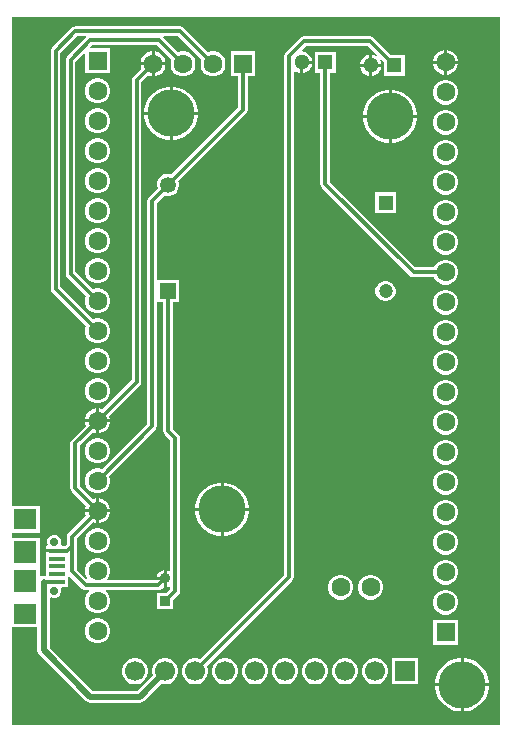
<source format=gtl>
%FSTAX23Y23*%
%MOIN*%
%SFA1B1*%

%IPPOS*%
%ADD20C,0.047240*%
%ADD21R,0.047240X0.047240*%
%ADD23C,0.051180*%
%ADD24R,0.051180X0.051180*%
%ADD25C,0.035430*%
%ADD26R,0.035430X0.035430*%
%ADD30C,0.066930*%
%ADD31R,0.066930X0.066930*%
%ADD33R,0.074800X0.074800*%
%ADD34R,0.074800X0.070870*%
%ADD35R,0.053150X0.015750*%
%ADD36C,0.011810*%
%ADD37C,0.019680*%
%ADD38C,0.062990*%
%ADD39R,0.062990X0.062990*%
%ADD40C,0.027560*%
%ADD41R,0.053150X0.053150*%
%ADD42C,0.053150*%
%ADD43R,0.062990X0.062990*%
%ADD44C,0.157480*%
%LNoverlay-1*%
%LPD*%
G36*
X02605Y01045D02*
X0098D01*
Y01372*
X01064*
Y01295*
X01066Y01287*
X0107Y0128*
X01225Y01125*
X01232Y01121*
X0124Y01119*
X01405*
X01412Y01121*
X01419Y01125*
X01477Y01183*
X01484Y01181*
X01495*
X01506Y01184*
X01516Y0119*
X01524Y01198*
X0153Y01208*
X01533Y01219*
Y0123*
X0153Y01241*
X01524Y01251*
X01516Y01259*
X01506Y01265*
X01495Y01268*
X01484*
X01473Y01265*
X01463Y01259*
X01455Y01251*
X01449Y01241*
X01446Y0123*
Y01219*
X01448Y01212*
X01396Y0116*
X01248*
X01105Y01303*
Y01469*
X0111Y01472*
X01116Y01469*
X01125*
X01134Y01473*
X01141Y01479*
X01144Y01488*
Y01498*
X01143Y01501*
X01146Y01505*
X01166*
Y0154*
X01171Y01542*
X01213Y015*
X01218Y01497*
X01225Y01495*
X01235*
X01237Y0149*
X01231Y01485*
X01226Y01476*
X01223Y01465*
Y01454*
X01226Y01443*
X01231Y01434*
X01239Y01426*
X01248Y01421*
X01259Y01418*
X0127*
X01281Y01421*
X0129Y01426*
X01298Y01434*
X01303Y01443*
X01306Y01454*
Y01465*
X01303Y01476*
X01298Y01485*
X01292Y0149*
X01294Y01495*
X01467*
X01473Y01497*
X01478Y015*
X01485Y01507*
Y0153*
X0146*
X01458Y01528*
X01298*
X01296Y01532*
X01298Y01534*
X01303Y01543*
X01306Y01554*
Y01565*
X01303Y01576*
X01298Y01585*
X0129Y01593*
X01281Y01598*
X0127Y01601*
X01259*
X01248Y01598*
X01239Y01593*
X01231Y01585*
X01226Y01576*
X01223Y01565*
Y01554*
X01226Y01543*
X0123Y01536*
X01226Y01533*
X01195Y01564*
Y01642*
Y01667*
X01249Y01721*
X01259Y01718*
X0126*
Y01755*
X01223*
Y01754*
X01226Y01744*
X01167Y01685*
X01164Y0168*
X01162Y01674*
Y01649*
X01157Y01644*
X01146*
X01143Y01648*
X01144Y01651*
Y01661*
X01141Y0167*
X01134Y01676*
X01125Y0168*
X01116*
X01107Y01676*
X011Y0167*
X01097Y01661*
Y01651*
X01098Y01648*
X01096Y01644*
X01093*
Y01631*
X0113*
Y01621*
X01093*
Y01608*
Y01582*
Y01547*
X01088Y01543*
X01085Y01544*
X01077Y01542*
X01076Y01542*
X01072Y01544*
Y01574*
Y01669*
X0098*
Y01687*
X01072*
Y01777*
X0098*
Y03405*
X02605*
Y01045*
G37*
%LNoverlay-2*%
%LPC*%
G36*
X02174Y03341D02*
X01953D01*
X01946Y03339*
X01941Y03336*
X01891Y03286*
X01888Y03281*
X01886Y03275*
Y01544*
X01607Y01265*
X01606Y01265*
X01595Y01268*
X01584*
X01573Y01265*
X01563Y01259*
X01555Y01251*
X01549Y01241*
X01546Y0123*
Y01219*
X01549Y01208*
X01555Y01198*
X01563Y0119*
X01573Y01184*
X01584Y01181*
X01595*
X01606Y01184*
X01616Y0119*
X01624Y01198*
X0163Y01208*
X01633Y01219*
Y0123*
X0163Y01241*
X0163Y01242*
X01914Y01526*
X01917Y01531*
X01919Y01538*
Y03224*
X01924Y03225*
X01931Y03221*
X0194Y03219*
Y03255*
X01945*
Y0326*
X0198*
X01978Y03268*
X01973Y03276*
X01966Y03283*
X01958Y03288*
X01949Y0329*
X01948*
X01946Y03295*
X01959Y03308*
X02167*
X02196Y03279*
X02193Y03275*
X02189Y03278*
X0218Y0328*
Y0325*
X02211*
X02208Y03258*
X02206Y03263*
X0221Y03266*
X02218Y03257*
Y03209*
X02289*
Y0328*
X02241*
X02185Y03336*
X0218Y03339*
X02174Y03341*
G37*
G36*
X0243Y03296D02*
X0243D01*
Y0326*
X02466*
Y0326*
X02463Y03271*
X02458Y0328*
X0245Y03288*
X02441Y03293*
X0243Y03296*
G37*
G36*
X0242D02*
X02419D01*
X02408Y03293*
X02399Y03288*
X02391Y0328*
X02386Y03271*
X02383Y0326*
Y0326*
X0242*
Y03296*
G37*
G36*
X01455Y03291D02*
X01455D01*
Y03255*
X01491*
Y03255*
X01488Y03266*
X01483Y03275*
X01475Y03283*
X01466Y03288*
X01455Y03291*
G37*
G36*
X01445D02*
X01444D01*
X01433Y03288*
X01424Y03283*
X01416Y03275*
X01411Y03266*
X01408Y03255*
Y03255*
X01445*
Y03291*
G37*
G36*
X0217Y0328D02*
X02161Y03278D01*
X02153Y03273*
X02147Y03266*
X02142Y03258*
X0214Y0325*
X0217*
Y0328*
G37*
G36*
X0198Y0325D02*
X0195D01*
Y03219*
X01958Y03221*
X01966Y03226*
X01973Y03233*
X01978Y03241*
X0198Y0325*
G37*
G36*
X02466D02*
X0243D01*
Y03213*
X0243*
X02441Y03216*
X0245Y03221*
X02458Y03229*
X02463Y03238*
X02466Y03249*
Y0325*
G37*
G36*
X0242D02*
X02383D01*
Y03249*
X02386Y03238*
X02391Y03229*
X02399Y03221*
X02408Y03216*
X02419Y03213*
X0242*
Y0325*
G37*
G36*
X02211Y0324D02*
X0218D01*
Y03209*
X02189Y03211*
X02197Y03216*
X02204Y03223*
X02208Y03231*
X02211Y0324*
G37*
G36*
X0217D02*
X0214D01*
X02142Y03231*
X02147Y03223*
X02153Y03216*
X02161Y03211*
X0217Y03209*
Y0324*
G37*
G36*
X0154Y03376D02*
X01191D01*
X01185Y03374*
X0118Y03371*
X01113Y03304*
X0111Y03299*
X01108Y03293*
Y025*
X0111Y02493*
X01113Y02488*
X01226Y02375*
X01223Y02365*
Y02354*
X01226Y02343*
X01231Y02334*
X01239Y02326*
X01248Y02321*
X01259Y02318*
X0127*
X01281Y02321*
X0129Y02326*
X01298Y02334*
X01303Y02343*
X01306Y02354*
Y02365*
X01303Y02376*
X01298Y02385*
X0129Y02393*
X01281Y02398*
X0127Y02401*
X01259*
X01249Y02398*
X01141Y02506*
Y03286*
X01198Y03343*
X01225*
X01227Y03338*
X01163Y03274*
X0116Y03269*
X01158Y03263*
Y0255*
X0116Y02543*
X01163Y02538*
X01226Y02475*
X01223Y02465*
Y02454*
X01226Y02443*
X01231Y02434*
X01239Y02426*
X01248Y02421*
X01259Y02418*
X0127*
X01281Y02421*
X0129Y02426*
X01298Y02434*
X01303Y02443*
X01306Y02454*
Y02465*
X01303Y02476*
X01298Y02485*
X0129Y02493*
X01281Y02498*
X0127Y02501*
X01259*
X01249Y02498*
X01191Y02556*
Y03256*
X01218Y03284*
X01223Y03282*
Y03218*
X01306*
Y03301*
X01242*
X0124Y03306*
X01248Y03313*
X01463*
X01511Y03265*
X01508Y03255*
Y03244*
X01511Y03233*
X01516Y03224*
X01524Y03216*
X01533Y03211*
X01544Y03208*
X01555*
X01566Y03211*
X01575Y03216*
X01583Y03224*
X01588Y03233*
X01591Y03244*
Y03255*
X01588Y03266*
X01583Y03275*
X01575Y03283*
X01566Y03288*
X01555Y03291*
X01544*
X01534Y03288*
X01484Y03338*
X01486Y03343*
X01533*
X01611Y03265*
X01608Y03255*
Y03244*
X01611Y03233*
X01616Y03224*
X01624Y03216*
X01633Y03211*
X01644Y03208*
X01655*
X01666Y03211*
X01675Y03216*
X01683Y03224*
X01688Y03233*
X01691Y03244*
Y03255*
X01688Y03266*
X01683Y03275*
X01675Y03283*
X01666Y03288*
X01655Y03291*
X01644*
X01634Y03288*
X01551Y03371*
X01546Y03374*
X0154Y03376*
G37*
G36*
X01491Y03245D02*
X01455D01*
Y03208*
X01455*
X01466Y03211*
X01475Y03216*
X01483Y03224*
X01488Y03233*
X01491Y03244*
Y03245*
G37*
G36*
X01445D02*
X01408D01*
Y03244*
X01411Y03234*
X01383Y03206*
X0138Y03201*
X01378Y03195*
Y02196*
X0128Y02098*
X0127Y02101*
X0127*
Y02065*
X01306*
Y02065*
X01303Y02075*
X01406Y02178*
X01409Y02183*
X01411Y0219*
Y03188*
X01434Y03211*
X01444Y03208*
X01445*
Y03245*
G37*
G36*
X0127Y03201D02*
X01259D01*
X01248Y03198*
X01239Y03193*
X01231Y03185*
X01226Y03176*
X01223Y03165*
Y03154*
X01226Y03143*
X01231Y03134*
X01239Y03126*
X01248Y03121*
X01259Y03118*
X0127*
X01281Y03121*
X0129Y03126*
X01298Y03134*
X01303Y03143*
X01306Y03154*
Y03165*
X01303Y03176*
X01298Y03185*
X0129Y03193*
X01281Y03198*
X0127Y03201*
G37*
G36*
X0243Y03196D02*
X02419D01*
X02408Y03193*
X02399Y03188*
X02391Y0318*
X02386Y03171*
X02383Y0316*
Y03149*
X02386Y03138*
X02391Y03129*
X02399Y03121*
X02408Y03116*
X02419Y03113*
X0243*
X02441Y03116*
X0245Y03121*
X02458Y03129*
X02463Y03138*
X02466Y03149*
Y0316*
X02463Y03171*
X02458Y0318*
X0245Y03188*
X02441Y03193*
X0243Y03196*
G37*
G36*
X01518Y03173D02*
X01515D01*
Y0309*
X01598*
Y03093*
X01595Y0311*
X01588Y03127*
X01578Y03141*
X01566Y03153*
X01552Y03163*
X01535Y0317*
X01518Y03173*
G37*
G36*
X01505D02*
X01501D01*
X01484Y0317*
X01467Y03163*
X01453Y03153*
X01441Y03141*
X01431Y03127*
X01424Y0311*
X01421Y03093*
Y0309*
X01505*
Y03173*
G37*
G36*
X02248Y03163D02*
X02245D01*
Y0308*
X02328*
Y03083*
X02325Y031*
X02318Y03117*
X02308Y03131*
X02296Y03143*
X02282Y03153*
X02265Y0316*
X02248Y03163*
G37*
G36*
X02235D02*
X02231D01*
X02214Y0316*
X02197Y03153*
X02183Y03143*
X02171Y03131*
X02161Y03117*
X02154Y031*
X02151Y03083*
Y0308*
X02235*
Y03163*
G37*
G36*
X0127Y03101D02*
X01259D01*
X01248Y03098*
X01239Y03093*
X01231Y03085*
X01226Y03076*
X01223Y03065*
Y03054*
X01226Y03043*
X01231Y03034*
X01239Y03026*
X01248Y03021*
X01259Y03018*
X0127*
X01281Y03021*
X0129Y03026*
X01298Y03034*
X01303Y03043*
X01306Y03054*
Y03065*
X01303Y03076*
X01298Y03085*
X0129Y03093*
X01281Y03098*
X0127Y03101*
G37*
G36*
X0243Y03096D02*
X02419D01*
X02408Y03093*
X02399Y03088*
X02391Y0308*
X02386Y03071*
X02383Y0306*
Y03049*
X02386Y03038*
X02391Y03029*
X02399Y03021*
X02408Y03016*
X02419Y03013*
X0243*
X02441Y03016*
X0245Y03021*
X02458Y03029*
X02463Y03038*
X02466Y03049*
Y0306*
X02463Y03071*
X02458Y0308*
X0245Y03088*
X02441Y03093*
X0243Y03096*
G37*
G36*
X01598Y0308D02*
X01515D01*
Y02996*
X01518*
X01535Y02999*
X01552Y03006*
X01566Y03016*
X01578Y03028*
X01588Y03042*
X01595Y03059*
X01598Y03076*
Y0308*
G37*
G36*
X01505D02*
X01421D01*
Y03076*
X01424Y03059*
X01431Y03042*
X01441Y03028*
X01453Y03016*
X01467Y03006*
X01484Y02999*
X01501Y02996*
X01505*
Y0308*
G37*
G36*
X02328Y0307D02*
X02245D01*
Y02986*
X02248*
X02265Y02989*
X02282Y02996*
X02296Y03006*
X02308Y03018*
X02318Y03032*
X02325Y03049*
X02328Y03066*
Y0307*
G37*
G36*
X02235D02*
X02151D01*
Y03066*
X02154Y03049*
X02161Y03032*
X02171Y03018*
X02183Y03006*
X02197Y02996*
X02214Y02989*
X02231Y02986*
X02235*
Y0307*
G37*
G36*
X0127Y03001D02*
X01259D01*
X01248Y02998*
X01239Y02993*
X01231Y02985*
X01226Y02976*
X01223Y02965*
Y02954*
X01226Y02943*
X01231Y02934*
X01239Y02926*
X01248Y02921*
X01259Y02918*
X0127*
X01281Y02921*
X0129Y02926*
X01298Y02934*
X01303Y02943*
X01306Y02954*
Y02965*
X01303Y02976*
X01298Y02985*
X0129Y02993*
X01281Y02998*
X0127Y03001*
G37*
G36*
X0243Y02996D02*
X02419D01*
X02408Y02993*
X02399Y02988*
X02391Y0298*
X02386Y02971*
X02383Y0296*
Y02949*
X02386Y02938*
X02391Y02929*
X02399Y02921*
X02408Y02916*
X02419Y02913*
X0243*
X02441Y02916*
X0245Y02921*
X02458Y02929*
X02463Y02938*
X02466Y02949*
Y0296*
X02463Y02971*
X02458Y0298*
X0245Y02988*
X02441Y02993*
X0243Y02996*
G37*
G36*
X01791Y03291D02*
X01708D01*
Y03208*
X01733*
Y03103*
X01511Y02881*
X01504Y02883*
X01495*
X01485Y02881*
X01477Y02876*
X0147Y02869*
X01465Y02861*
X01463Y02851*
Y02842*
X01465Y02835*
X01435Y02805*
X01432Y028*
X0143Y02794*
Y02048*
X0128Y01898*
X0127Y01901*
X01259*
X01248Y01898*
X01239Y01893*
X01231Y01885*
X01226Y01876*
X01223Y01865*
Y01854*
X01226Y01843*
X01231Y01834*
X01239Y01826*
X01248Y01821*
X01259Y01818*
X0127*
X01281Y01821*
X0129Y01826*
X01298Y01834*
X01303Y01843*
X01306Y01854*
Y01865*
X01303Y01875*
X01458Y0203*
X01461Y02035*
X01463Y02042*
Y02451*
X01463Y02456*
X01468*
X01483*
Y02025*
X01485Y02018*
X01488Y02013*
X01507Y01994*
Y01562*
X01502Y01559*
X015Y0156*
X01495Y01562*
Y01535*
Y01507*
X015Y01509*
X01502Y0151*
X01507Y01507*
Y015*
X01494Y01487*
X01462*
Y01432*
X01517*
Y01464*
X01535Y01482*
X01538Y01487*
X0154Y01494*
Y02001*
X01538Y02007*
X01535Y02012*
X01516Y02031*
Y02456*
X01536*
Y02529*
X01463*
X01463Y02534*
Y02787*
X01488Y02812*
X01495Y0281*
X01504*
X01514Y02813*
X01522Y02817*
X01529Y02824*
X01534Y02833*
X01536Y02842*
Y02851*
X01534Y02858*
X01761Y03085*
X01764Y0309*
X01766Y03097*
Y03208*
X01791*
Y03291*
G37*
G36*
X0127Y02901D02*
X01259D01*
X01248Y02898*
X01239Y02893*
X01231Y02885*
X01226Y02876*
X01223Y02865*
Y02854*
X01226Y02843*
X01231Y02834*
X01239Y02826*
X01248Y02821*
X01259Y02818*
X0127*
X01281Y02821*
X0129Y02826*
X01298Y02834*
X01303Y02843*
X01306Y02854*
Y02865*
X01303Y02876*
X01298Y02885*
X0129Y02893*
X01281Y02898*
X0127Y02901*
G37*
G36*
X0243Y02896D02*
X02419D01*
X02408Y02893*
X02399Y02888*
X02391Y0288*
X02386Y02871*
X02383Y0286*
Y02849*
X02386Y02838*
X02391Y02829*
X02399Y02821*
X02408Y02816*
X02419Y02813*
X0243*
X02441Y02816*
X0245Y02821*
X02458Y02829*
X02463Y02838*
X02466Y02849*
Y0286*
X02463Y02871*
X02458Y0288*
X0245Y02888*
X02441Y02893*
X0243Y02896*
G37*
G36*
X02258Y02821D02*
X02191D01*
Y02754*
X02258*
Y02821*
G37*
G36*
X0127Y02801D02*
X01259D01*
X01248Y02798*
X01239Y02793*
X01231Y02785*
X01226Y02776*
X01223Y02765*
Y02754*
X01226Y02743*
X01231Y02734*
X01239Y02726*
X01248Y02721*
X01259Y02718*
X0127*
X01281Y02721*
X0129Y02726*
X01298Y02734*
X01303Y02743*
X01306Y02754*
Y02765*
X01303Y02776*
X01298Y02785*
X0129Y02793*
X01281Y02798*
X0127Y02801*
G37*
G36*
X0243Y02796D02*
X02419D01*
X02408Y02793*
X02399Y02788*
X02391Y0278*
X02386Y02771*
X02383Y0276*
Y02749*
X02386Y02738*
X02391Y02729*
X02399Y02721*
X02408Y02716*
X02419Y02713*
X0243*
X02441Y02716*
X0245Y02721*
X02458Y02729*
X02463Y02738*
X02466Y02749*
Y0276*
X02463Y02771*
X02458Y0278*
X0245Y02788*
X02441Y02793*
X0243Y02796*
G37*
G36*
X0127Y02701D02*
X01259D01*
X01248Y02698*
X01239Y02693*
X01231Y02685*
X01226Y02676*
X01223Y02665*
Y02654*
X01226Y02643*
X01231Y02634*
X01239Y02626*
X01248Y02621*
X01259Y02618*
X0127*
X01281Y02621*
X0129Y02626*
X01298Y02634*
X01303Y02643*
X01306Y02654*
Y02665*
X01303Y02676*
X01298Y02685*
X0129Y02693*
X01281Y02698*
X0127Y02701*
G37*
G36*
X0243Y02696D02*
X02419D01*
X02408Y02693*
X02399Y02688*
X02391Y0268*
X02386Y02671*
X02383Y0266*
Y02649*
X02386Y02638*
X02391Y02629*
X02399Y02621*
X02408Y02616*
X02419Y02613*
X0243*
X02441Y02616*
X0245Y02621*
X02458Y02629*
X02463Y02638*
X02466Y02649*
Y0266*
X02463Y02671*
X02458Y0268*
X0245Y02688*
X02441Y02693*
X0243Y02696*
G37*
G36*
X0127Y02601D02*
X01259D01*
X01248Y02598*
X01239Y02593*
X01231Y02585*
X01226Y02576*
X01223Y02565*
Y02554*
X01226Y02543*
X01231Y02534*
X01239Y02526*
X01248Y02521*
X01259Y02518*
X0127*
X01281Y02521*
X0129Y02526*
X01298Y02534*
X01303Y02543*
X01306Y02554*
Y02565*
X01303Y02576*
X01298Y02585*
X0129Y02593*
X01281Y02598*
X0127Y02601*
G37*
G36*
X02059Y0329D02*
X01988D01*
Y03219*
X02007*
Y02849*
X02008Y02843*
X02012Y02837*
X02306Y02543*
X02311Y0254*
X02318Y02538*
X02386*
X02391Y02529*
X02399Y02521*
X02408Y02516*
X02419Y02513*
X0243*
X02441Y02516*
X0245Y02521*
X02458Y02529*
X02463Y02538*
X02466Y02549*
Y0256*
X02463Y02571*
X02458Y0258*
X0245Y02588*
X02441Y02593*
X0243Y02596*
X02419*
X02408Y02593*
X02399Y02588*
X02391Y0258*
X02386Y02571*
X02324*
X02039Y02855*
Y03219*
X02059*
Y0329*
G37*
G36*
X02229Y02525D02*
X0222D01*
X02212Y02523*
X02204Y02519*
X02198Y02513*
X02193Y02505*
X02191Y02496*
Y02487*
X02193Y02479*
X02198Y02471*
X02204Y02465*
X02212Y02461*
X0222Y02458*
X02229*
X02237Y02461*
X02245Y02465*
X02251Y02471*
X02256Y02479*
X02258Y02487*
Y02496*
X02256Y02505*
X02251Y02513*
X02245Y02519*
X02237Y02523*
X02229Y02525*
G37*
G36*
X0243Y02496D02*
X02419D01*
X02408Y02493*
X02399Y02488*
X02391Y0248*
X02386Y02471*
X02383Y0246*
Y02449*
X02386Y02438*
X02391Y02429*
X02399Y02421*
X02408Y02416*
X02419Y02413*
X0243*
X02441Y02416*
X0245Y02421*
X02458Y02429*
X02463Y02438*
X02466Y02449*
Y0246*
X02463Y02471*
X02458Y0248*
X0245Y02488*
X02441Y02493*
X0243Y02496*
G37*
G36*
Y02396D02*
X02419D01*
X02408Y02393*
X02399Y02388*
X02391Y0238*
X02386Y02371*
X02383Y0236*
Y02349*
X02386Y02338*
X02391Y02329*
X02399Y02321*
X02408Y02316*
X02419Y02313*
X0243*
X02441Y02316*
X0245Y02321*
X02458Y02329*
X02463Y02338*
X02466Y02349*
Y0236*
X02463Y02371*
X02458Y0238*
X0245Y02388*
X02441Y02393*
X0243Y02396*
G37*
G36*
X0127Y02301D02*
X01259D01*
X01248Y02298*
X01239Y02293*
X01231Y02285*
X01226Y02276*
X01223Y02265*
Y02254*
X01226Y02243*
X01231Y02234*
X01239Y02226*
X01248Y02221*
X01259Y02218*
X0127*
X01281Y02221*
X0129Y02226*
X01298Y02234*
X01303Y02243*
X01306Y02254*
Y02265*
X01303Y02276*
X01298Y02285*
X0129Y02293*
X01281Y02298*
X0127Y02301*
G37*
G36*
X0243Y02296D02*
X02419D01*
X02408Y02293*
X02399Y02288*
X02391Y0228*
X02386Y02271*
X02383Y0226*
Y02249*
X02386Y02238*
X02391Y02229*
X02399Y02221*
X02408Y02216*
X02419Y02213*
X0243*
X02441Y02216*
X0245Y02221*
X02458Y02229*
X02463Y02238*
X02466Y02249*
Y0226*
X02463Y02271*
X02458Y0228*
X0245Y02288*
X02441Y02293*
X0243Y02296*
G37*
G36*
X0127Y02201D02*
X01259D01*
X01248Y02198*
X01239Y02193*
X01231Y02185*
X01226Y02176*
X01223Y02165*
Y02154*
X01226Y02143*
X01231Y02134*
X01239Y02126*
X01248Y02121*
X01259Y02118*
X0127*
X01281Y02121*
X0129Y02126*
X01298Y02134*
X01303Y02143*
X01306Y02154*
Y02165*
X01303Y02176*
X01298Y02185*
X0129Y02193*
X01281Y02198*
X0127Y02201*
G37*
G36*
X0243Y02196D02*
X02419D01*
X02408Y02193*
X02399Y02188*
X02391Y0218*
X02386Y02171*
X02383Y0216*
Y02149*
X02386Y02138*
X02391Y02129*
X02399Y02121*
X02408Y02116*
X02419Y02113*
X0243*
X02441Y02116*
X0245Y02121*
X02458Y02129*
X02463Y02138*
X02466Y02149*
Y0216*
X02463Y02171*
X02458Y0218*
X0245Y02188*
X02441Y02193*
X0243Y02196*
G37*
G36*
X0126Y02101D02*
X01259D01*
X01248Y02098*
X01239Y02093*
X01231Y02085*
X01226Y02076*
X01223Y02065*
Y02065*
X0126*
Y02101*
G37*
G36*
X01306Y02055D02*
X0127D01*
Y02018*
X0127*
X01281Y02021*
X0129Y02026*
X01298Y02034*
X01303Y02043*
X01306Y02054*
Y02055*
G37*
G36*
X0126D02*
X01223D01*
Y02054*
X01226Y02044*
X01178Y01996*
X01175Y01991*
X01173Y01985*
Y01835*
X01175Y01828*
X01178Y01823*
X01226Y01775*
X01223Y01765*
Y01765*
X0126*
Y01801*
X01259*
X01249Y01798*
X01206Y01841*
Y01978*
X01249Y02021*
X01259Y02018*
X0126*
Y02055*
G37*
G36*
X0243Y02096D02*
X02419D01*
X02408Y02093*
X02399Y02088*
X02391Y0208*
X02386Y02071*
X02383Y0206*
Y02049*
X02386Y02038*
X02391Y02029*
X02399Y02021*
X02408Y02016*
X02419Y02013*
X0243*
X02441Y02016*
X0245Y02021*
X02458Y02029*
X02463Y02038*
X02466Y02049*
Y0206*
X02463Y02071*
X02458Y0208*
X0245Y02088*
X02441Y02093*
X0243Y02096*
G37*
G36*
X0127Y02001D02*
X01259D01*
X01248Y01998*
X01239Y01993*
X01231Y01985*
X01226Y01976*
X01223Y01965*
Y01954*
X01226Y01943*
X01231Y01934*
X01239Y01926*
X01248Y01921*
X01259Y01918*
X0127*
X01281Y01921*
X0129Y01926*
X01298Y01934*
X01303Y01943*
X01306Y01954*
Y01965*
X01303Y01976*
X01298Y01985*
X0129Y01993*
X01281Y01998*
X0127Y02001*
G37*
G36*
X0243Y01996D02*
X02419D01*
X02408Y01993*
X02399Y01988*
X02391Y0198*
X02386Y01971*
X02383Y0196*
Y01949*
X02386Y01938*
X02391Y01929*
X02399Y01921*
X02408Y01916*
X02419Y01913*
X0243*
X02441Y01916*
X0245Y01921*
X02458Y01929*
X02463Y01938*
X02466Y01949*
Y0196*
X02463Y01971*
X02458Y0198*
X0245Y01988*
X02441Y01993*
X0243Y01996*
G37*
G36*
Y01896D02*
X02419D01*
X02408Y01893*
X02399Y01888*
X02391Y0188*
X02386Y01871*
X02383Y0186*
Y01849*
X02386Y01838*
X02391Y01829*
X02399Y01821*
X02408Y01816*
X02419Y01813*
X0243*
X02441Y01816*
X0245Y01821*
X02458Y01829*
X02463Y01838*
X02466Y01849*
Y0186*
X02463Y01871*
X02458Y0188*
X0245Y01888*
X02441Y01893*
X0243Y01896*
G37*
G36*
X01688Y01853D02*
X01685D01*
Y0177*
X01768*
Y01773*
X01765Y0179*
X01758Y01807*
X01748Y01821*
X01736Y01833*
X01722Y01843*
X01705Y0185*
X01688Y01853*
G37*
G36*
X01675D02*
X01671D01*
X01654Y0185*
X01637Y01843*
X01623Y01833*
X01611Y01821*
X01601Y01807*
X01594Y0179*
X01591Y01773*
Y0177*
X01675*
Y01853*
G37*
G36*
X0127Y01801D02*
X0127D01*
Y01765*
X01306*
Y01765*
X01303Y01776*
X01298Y01785*
X0129Y01793*
X01281Y01798*
X0127Y01801*
G37*
G36*
X01306Y01755D02*
X0127D01*
Y01718*
X0127*
X01281Y01721*
X0129Y01726*
X01298Y01734*
X01303Y01743*
X01306Y01754*
Y01755*
G37*
G36*
X0243Y01796D02*
X02419D01*
X02408Y01793*
X02399Y01788*
X02391Y0178*
X02386Y01771*
X02383Y0176*
Y01749*
X02386Y01738*
X02391Y01729*
X02399Y01721*
X02408Y01716*
X02419Y01713*
X0243*
X02441Y01716*
X0245Y01721*
X02458Y01729*
X02463Y01738*
X02466Y01749*
Y0176*
X02463Y01771*
X02458Y0178*
X0245Y01788*
X02441Y01793*
X0243Y01796*
G37*
G36*
X01768Y0176D02*
X01685D01*
Y01676*
X01688*
X01705Y01679*
X01722Y01686*
X01736Y01696*
X01748Y01708*
X01758Y01722*
X01765Y01739*
X01768Y01756*
Y0176*
G37*
G36*
X01675D02*
X01591D01*
Y01756*
X01594Y01739*
X01601Y01722*
X01611Y01708*
X01623Y01696*
X01637Y01686*
X01654Y01679*
X01671Y01676*
X01675*
Y0176*
G37*
G36*
X0127Y01701D02*
X01259D01*
X01248Y01698*
X01239Y01693*
X01231Y01685*
X01226Y01676*
X01223Y01665*
Y01654*
X01226Y01643*
X01231Y01634*
X01239Y01626*
X01248Y01621*
X01259Y01618*
X0127*
X01281Y01621*
X0129Y01626*
X01298Y01634*
X01303Y01643*
X01306Y01654*
Y01665*
X01303Y01676*
X01298Y01685*
X0129Y01693*
X01281Y01698*
X0127Y01701*
G37*
G36*
X0243Y01696D02*
X02419D01*
X02408Y01693*
X02399Y01688*
X02391Y0168*
X02386Y01671*
X02383Y0166*
Y01649*
X02386Y01638*
X02391Y01629*
X02399Y01621*
X02408Y01616*
X02419Y01613*
X0243*
X02441Y01616*
X0245Y01621*
X02458Y01629*
X02463Y01638*
X02466Y01649*
Y0166*
X02463Y01671*
X02458Y0168*
X0245Y01688*
X02441Y01693*
X0243Y01696*
G37*
G36*
X01485Y01562D02*
X01479Y0156D01*
X01472Y01557*
X01467Y01552*
X01464Y01545*
X01462Y0154*
X01485*
Y01562*
G37*
G36*
X0243Y01596D02*
X02419D01*
X02408Y01593*
X02399Y01588*
X02391Y0158*
X02386Y01571*
X02383Y0156*
Y01549*
X02386Y01538*
X02391Y01529*
X02399Y01521*
X02408Y01516*
X02419Y01513*
X0243*
X02441Y01516*
X0245Y01521*
X02458Y01529*
X02463Y01538*
X02466Y01549*
Y0156*
X02463Y01571*
X02458Y0158*
X0245Y01588*
X02441Y01593*
X0243Y01596*
G37*
G36*
X0218Y01546D02*
X02169D01*
X02158Y01543*
X02149Y01538*
X02141Y0153*
X02136Y01521*
X02133Y0151*
Y01499*
X02136Y01488*
X02141Y01479*
X02149Y01471*
X02158Y01466*
X02169Y01463*
X0218*
X02191Y01466*
X022Y01471*
X02208Y01479*
X02213Y01488*
X02216Y01499*
Y0151*
X02213Y01521*
X02208Y0153*
X022Y01538*
X02191Y01543*
X0218Y01546*
G37*
G36*
X0208D02*
X02069D01*
X02058Y01543*
X02049Y01538*
X02041Y0153*
X02036Y01521*
X02033Y0151*
Y01499*
X02036Y01488*
X02041Y01479*
X02049Y01471*
X02058Y01466*
X02069Y01463*
X0208*
X02091Y01466*
X021Y01471*
X02108Y01479*
X02113Y01488*
X02116Y01499*
Y0151*
X02113Y01521*
X02108Y0153*
X021Y01538*
X02091Y01543*
X0208Y01546*
G37*
G36*
X0243Y01496D02*
X02419D01*
X02408Y01493*
X02399Y01488*
X02391Y0148*
X02386Y01471*
X02383Y0146*
Y01449*
X02386Y01438*
X02391Y01429*
X02399Y01421*
X02408Y01416*
X02419Y01413*
X0243*
X02441Y01416*
X0245Y01421*
X02458Y01429*
X02463Y01438*
X02466Y01449*
Y0146*
X02463Y01471*
X02458Y0148*
X0245Y01488*
X02441Y01493*
X0243Y01496*
G37*
G36*
X0127Y01401D02*
X01259D01*
X01248Y01398*
X01239Y01393*
X01231Y01385*
X01226Y01376*
X01223Y01365*
Y01354*
X01226Y01343*
X01231Y01334*
X01239Y01326*
X01248Y01321*
X01259Y01318*
X0127*
X01281Y01321*
X0129Y01326*
X01298Y01334*
X01303Y01343*
X01306Y01354*
Y01365*
X01303Y01376*
X01298Y01385*
X0129Y01393*
X01281Y01398*
X0127Y01401*
G37*
G36*
X02466Y01396D02*
X02383D01*
Y01313*
X02466*
Y01396*
G37*
G36*
X02488Y01268D02*
X02485D01*
Y01185*
X02568*
Y01188*
X02565Y01205*
X02558Y01222*
X02548Y01236*
X02536Y01248*
X02522Y01258*
X02505Y01265*
X02488Y01268*
G37*
G36*
X02475D02*
X02471D01*
X02454Y01265*
X02437Y01258*
X02423Y01248*
X02411Y01236*
X02401Y01222*
X02394Y01205*
X02391Y01188*
Y01185*
X02475*
Y01268*
G37*
G36*
X02333Y01268D02*
X02246D01*
Y01181*
X02333*
Y01268*
G37*
G36*
X02195D02*
X02184D01*
X02173Y01265*
X02163Y01259*
X02155Y01251*
X02149Y01241*
X02146Y0123*
Y01219*
X02149Y01208*
X02155Y01198*
X02163Y0119*
X02173Y01184*
X02184Y01181*
X02195*
X02206Y01184*
X02216Y0119*
X02224Y01198*
X0223Y01208*
X02233Y01219*
Y0123*
X0223Y01241*
X02224Y01251*
X02216Y01259*
X02206Y01265*
X02195Y01268*
G37*
G36*
X02095D02*
X02084D01*
X02073Y01265*
X02063Y01259*
X02055Y01251*
X02049Y01241*
X02046Y0123*
Y01219*
X02049Y01208*
X02055Y01198*
X02063Y0119*
X02073Y01184*
X02084Y01181*
X02095*
X02106Y01184*
X02116Y0119*
X02124Y01198*
X0213Y01208*
X02133Y01219*
Y0123*
X0213Y01241*
X02124Y01251*
X02116Y01259*
X02106Y01265*
X02095Y01268*
G37*
G36*
X01995D02*
X01984D01*
X01973Y01265*
X01963Y01259*
X01955Y01251*
X01949Y01241*
X01946Y0123*
Y01219*
X01949Y01208*
X01955Y01198*
X01963Y0119*
X01973Y01184*
X01984Y01181*
X01995*
X02006Y01184*
X02016Y0119*
X02024Y01198*
X0203Y01208*
X02033Y01219*
Y0123*
X0203Y01241*
X02024Y01251*
X02016Y01259*
X02006Y01265*
X01995Y01268*
G37*
G36*
X01895D02*
X01884D01*
X01873Y01265*
X01863Y01259*
X01855Y01251*
X01849Y01241*
X01846Y0123*
Y01219*
X01849Y01208*
X01855Y01198*
X01863Y0119*
X01873Y01184*
X01884Y01181*
X01895*
X01906Y01184*
X01916Y0119*
X01924Y01198*
X0193Y01208*
X01933Y01219*
Y0123*
X0193Y01241*
X01924Y01251*
X01916Y01259*
X01906Y01265*
X01895Y01268*
G37*
G36*
X01795D02*
X01784D01*
X01773Y01265*
X01763Y01259*
X01755Y01251*
X01749Y01241*
X01746Y0123*
Y01219*
X01749Y01208*
X01755Y01198*
X01763Y0119*
X01773Y01184*
X01784Y01181*
X01795*
X01806Y01184*
X01816Y0119*
X01824Y01198*
X0183Y01208*
X01833Y01219*
Y0123*
X0183Y01241*
X01824Y01251*
X01816Y01259*
X01806Y01265*
X01795Y01268*
G37*
G36*
X01695D02*
X01684D01*
X01673Y01265*
X01663Y01259*
X01655Y01251*
X01649Y01241*
X01646Y0123*
Y01219*
X01649Y01208*
X01655Y01198*
X01663Y0119*
X01673Y01184*
X01684Y01181*
X01695*
X01706Y01184*
X01716Y0119*
X01724Y01198*
X0173Y01208*
X01733Y01219*
Y0123*
X0173Y01241*
X01724Y01251*
X01716Y01259*
X01706Y01265*
X01695Y01268*
G37*
G36*
X01395D02*
X01384D01*
X01373Y01265*
X01363Y01259*
X01355Y01251*
X01349Y01241*
X01346Y0123*
Y01219*
X01349Y01208*
X01355Y01198*
X01363Y0119*
X01373Y01184*
X01384Y01181*
X01395*
X01406Y01184*
X01416Y0119*
X01424Y01198*
X0143Y01208*
X01433Y01219*
Y0123*
X0143Y01241*
X01424Y01251*
X01416Y01259*
X01406Y01265*
X01395Y01268*
G37*
G36*
X02568Y01175D02*
X02485D01*
Y01091*
X02488*
X02505Y01094*
X02522Y01101*
X02536Y01111*
X02548Y01123*
X02558Y01137*
X02565Y01154*
X02568Y01171*
Y01175*
G37*
G36*
X02475D02*
X02391D01*
Y01171*
X02394Y01154*
X02401Y01137*
X02411Y01123*
X02423Y01111*
X02437Y01101*
X02454Y01094*
X02471Y01091*
X02475*
Y01175*
G37*
%LNoverlay-3*%
%LPD*%
G54D20*
X02225Y02492D03*
G54D21*
X02225Y02787D03*
G54D23*
X01945Y03255D03*
X02175Y03245D03*
G54D24*
X02023Y03255D03*
X02254Y03245D03*
G54D25*
X0149Y01535D03*
G54D26*
X0149Y0146D03*
G54D30*
X0139Y01225D03*
X0149D03*
X0159D03*
X0169D03*
X0179D03*
X0189D03*
X0199D03*
X0209D03*
X0219D03*
G54D31*
X0229Y01225D03*
G54D33*
X01024Y01527D03*
Y01622D03*
G54D34*
X01024Y01417D03*
Y01732D03*
G54D35*
X0113Y01523D03*
Y01626D03*
Y01549D03*
Y01575D03*
Y016D03*
G54D36*
X0119Y01835D02*
X01265Y0176D01*
X0119Y01985D02*
X01265Y0206D01*
X0119Y01835D02*
Y01985D01*
X01085Y01523D02*
X0113D01*
X01903Y03275D02*
X01953Y03325D01*
X02174*
X02254Y03245*
X01175Y03263D02*
X01241Y0333D01*
X0147D02*
X0155Y0325D01*
X01241Y0333D02*
X0147D01*
X01175Y0255D02*
X01265Y0246D01*
X01175Y0255D02*
Y03263D01*
X01125Y025D02*
X01265Y0236D01*
X01125Y03293D02*
X01191Y0336D01*
X01125Y025D02*
Y03293D01*
X0154Y0336D02*
X0165Y0325D01*
X01191Y0336D02*
X0154D01*
X01179Y01642D02*
Y01674D01*
Y01558D02*
Y01642D01*
Y01674D02*
X01265Y0176D01*
X01179Y01558D02*
X01225Y01512D01*
X01467*
X0149Y01535*
X01162Y01626D02*
X01179Y01642D01*
X0113Y01626D02*
X01162D01*
X01265Y0206D02*
X01395Y0219D01*
Y03195*
X0145Y0325*
X01265Y0186D02*
X01447Y02042D01*
Y02794*
X015Y02847*
X0175Y03097*
Y0325*
X0159Y01225D02*
X01903Y01538D01*
Y03275*
X02023Y02849D02*
Y03255D01*
Y02849D02*
X02318Y02555D01*
X02425*
X0149Y0146D02*
X01524Y01494D01*
Y02001*
X015Y02025D02*
X01524Y02001D01*
X015Y02025D02*
Y02492D01*
G54D37*
X01405Y0114D02*
X0149Y01225D01*
X01085Y01295D02*
X0124Y0114D01*
X01405*
X01085Y01295D02*
Y01523D01*
G54D38*
X0145Y0325D03*
X0155D03*
X0165D03*
X02175Y01505D03*
X02075D03*
X02425Y02755D03*
Y02455D03*
Y02355D03*
Y02255D03*
Y02055D03*
Y01955D03*
Y01755D03*
Y01555D03*
Y01455D03*
Y01655D03*
Y01855D03*
Y02155D03*
Y02555D03*
Y02655D03*
Y02855D03*
Y02955D03*
Y03055D03*
Y03155D03*
Y03255D03*
X01265Y0186D03*
Y0216D03*
Y0226D03*
Y0236D03*
Y0256D03*
Y0266D03*
Y0286D03*
Y0306D03*
Y0316D03*
Y0296D03*
Y0276D03*
Y0246D03*
Y0206D03*
Y0196D03*
Y0176D03*
Y0166D03*
Y0156D03*
Y0146D03*
Y0136D03*
G54D39*
X0175Y0325D03*
G54D40*
X01121Y01493D03*
Y01656D03*
G54D41*
X015Y02492D03*
G54D42*
X015Y02847D03*
G54D43*
X02425Y01355D03*
X01265Y0326D03*
G54D44*
X0168Y01765D03*
X0224Y03075D03*
X0151Y03085D03*
X0248Y0118D03*
M02*
</source>
